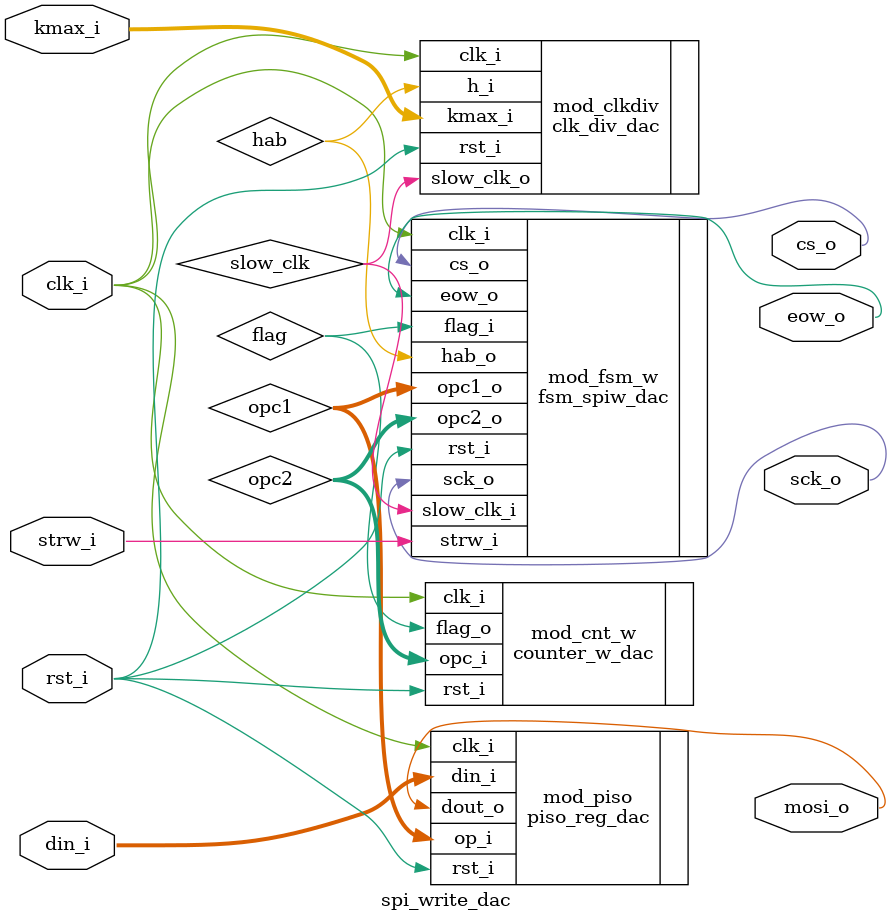
<source format=v>

module spi_write_dac (
  input         rst_i,
  input         clk_i,
  input         strw_i,
  input   [7:0] kmax_i,
  input  [15:0] din_i,
  output        mosi_o,
  output        sck_o,
  output        cs_o,
  output        eow_o
);

  wire  [1:0] opc1, opc2;
  wire slow_clk, flag, hab;
  
  //localparam  [7:0] kmax_i = 8'd4;

  //localparam  [3:0] ctrl = 4'b0011; // DAC-A
  //localparam  [3:0] ctrl = 4'b1011; // DAC-B

  //localparam [11:0] volbits = 12'b111111111111; //3.3V
  //localparam [11:0] volbits = 12'b010011011001; //1V
  //localparam [11:0] volbits = 12'b100110110010; //2V
  //localparam [11:0] volbits = 12'b100000000000; //1.65V
  //localparam [11:0] volbits = 12'b001001101101; //0.5V
  //localparam [15:0] din_i = {ctrl,volbits};
  
  piso_reg_dac   #(.Width(16)) mod_piso    (.rst_i(rst_i), .clk_i(clk_i), .din_i(din_i), .op_i(opc1), .dout_o(mosi_o));
  counter_w_dac  #(.Width(5))  mod_cnt_w   (.rst_i(rst_i), .clk_i(clk_i), .opc_i(opc2), .flag_o(flag));
  clk_div_dac    #(.Width(8))  mod_clkdiv  (.rst_i(rst_i), .clk_i(clk_i), .h_i(hab), .kmax_i(kmax_i), .slow_clk_o(slow_clk));
  
  fsm_spiw_dac  mod_fsm_w (
    .rst_i(rst_i),
    .clk_i(clk_i),
    .strw_i(strw_i),
    .slow_clk_i(slow_clk),
    .flag_i(flag),
    .opc1_o(opc1),
    .opc2_o(opc2),
    .cs_o(cs_o),
    .sck_o(sck_o),
    .hab_o(hab),
    .eow_o(eow_o)
  );

endmodule
</source>
